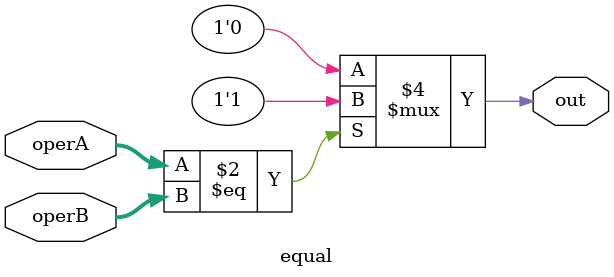
<source format=sv>
/** 

	Equal
	Funcion comparadora de registros
	
**/

module equal ( 
	// Canales de entrada
	input [5:0] operA,	
   input [5:0] operB,
	
	// Se;al de salida
   output reg out
	);
	
	
	always @ (*) begin
      if(operA == operB) begin
			out <= 1;
		end
		else begin
			out <= 0;
		end
		
   end
endmodule
 
</source>
